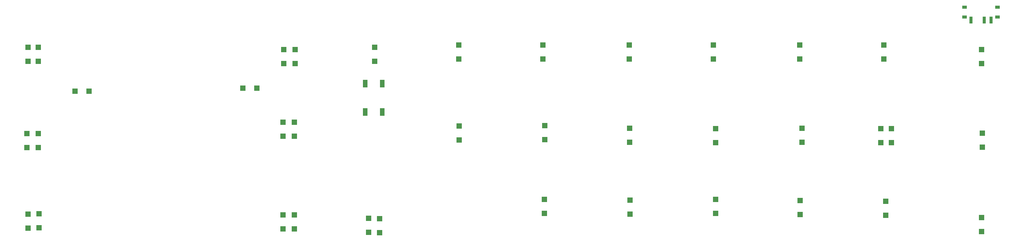
<source format=gbp>
G04 #@! TF.GenerationSoftware,KiCad,Pcbnew,(5.0.1)-3*
G04 #@! TF.CreationDate,2020-01-28T19:02:16+02:00*
G04 #@! TF.ProjectId,PRKL30,50524B4C33302E6B696361645F706362,rev?*
G04 #@! TF.SameCoordinates,Original*
G04 #@! TF.FileFunction,Paste,Bot*
G04 #@! TF.FilePolarity,Positive*
%FSLAX46Y46*%
G04 Gerber Fmt 4.6, Leading zero omitted, Abs format (unit mm)*
G04 Created by KiCad (PCBNEW (5.0.1)-3) date 01/28/20 19:02:16*
%MOMM*%
%LPD*%
G01*
G04 APERTURE LIST*
%ADD10R,1.200000X1.200000*%
%ADD11R,1.000000X1.700000*%
%ADD12R,0.700000X1.500000*%
%ADD13R,1.000000X0.800000*%
G04 APERTURE END LIST*
D10*
G04 #@! TO.C,D4*
X127508000Y-69139000D03*
X127508000Y-65989000D03*
G04 #@! TD*
G04 #@! TO.C,D1*
X70300000Y-68631000D03*
X70300000Y-65481000D03*
G04 #@! TD*
G04 #@! TO.C,D2*
X72644000Y-68631000D03*
X72644000Y-65481000D03*
G04 #@! TD*
G04 #@! TO.C,D3*
X80825000Y-75300000D03*
X83975000Y-75300000D03*
G04 #@! TD*
G04 #@! TO.C,D5*
X130048000Y-69139000D03*
X130048000Y-65989000D03*
G04 #@! TD*
G04 #@! TO.C,D6*
X147828000Y-65481000D03*
X147828000Y-68631000D03*
G04 #@! TD*
G04 #@! TO.C,D7*
X166624000Y-64973000D03*
X166624000Y-68123000D03*
G04 #@! TD*
G04 #@! TO.C,D8*
X185420000Y-64973000D03*
X185420000Y-68123000D03*
G04 #@! TD*
G04 #@! TO.C,D9*
X204724000Y-64973000D03*
X204724000Y-68123000D03*
G04 #@! TD*
G04 #@! TO.C,D10*
X223520000Y-64973000D03*
X223520000Y-68123000D03*
G04 #@! TD*
G04 #@! TO.C,D11*
X242824000Y-64973000D03*
X242824000Y-68123000D03*
G04 #@! TD*
G04 #@! TO.C,D12*
X261620000Y-64973000D03*
X261620000Y-68123000D03*
G04 #@! TD*
G04 #@! TO.C,D13*
X283464000Y-65989000D03*
X283464000Y-69139000D03*
G04 #@! TD*
G04 #@! TO.C,D14*
X70104000Y-84836000D03*
X70104000Y-87986000D03*
G04 #@! TD*
G04 #@! TO.C,D15*
X72644000Y-84785000D03*
X72644000Y-87935000D03*
G04 #@! TD*
G04 #@! TO.C,D16*
X121463000Y-74676000D03*
X118313000Y-74676000D03*
G04 #@! TD*
G04 #@! TO.C,D17*
X127296000Y-82261000D03*
X127296000Y-85411000D03*
G04 #@! TD*
G04 #@! TO.C,D18*
X129856000Y-82246000D03*
X129856000Y-85396000D03*
G04 #@! TD*
G04 #@! TO.C,D19*
X166700000Y-83125000D03*
X166700000Y-86275000D03*
G04 #@! TD*
G04 #@! TO.C,D20*
X185800000Y-83025000D03*
X185800000Y-86175000D03*
G04 #@! TD*
G04 #@! TO.C,D21*
X204800000Y-86775000D03*
X204800000Y-83625000D03*
G04 #@! TD*
G04 #@! TO.C,D22*
X224000000Y-86875000D03*
X224000000Y-83725000D03*
G04 #@! TD*
G04 #@! TO.C,D23*
X243300000Y-86775000D03*
X243300000Y-83625000D03*
G04 #@! TD*
G04 #@! TO.C,D24*
X260880000Y-86885000D03*
X260880000Y-83735000D03*
G04 #@! TD*
G04 #@! TO.C,D25*
X263260000Y-86825000D03*
X263260000Y-83675000D03*
G04 #@! TD*
G04 #@! TO.C,D27*
X70300000Y-105975000D03*
X70300000Y-102825000D03*
G04 #@! TD*
G04 #@! TO.C,D28*
X72800000Y-105875000D03*
X72800000Y-102725000D03*
G04 #@! TD*
G04 #@! TO.C,D29*
X127300000Y-106175000D03*
X127300000Y-103025000D03*
G04 #@! TD*
G04 #@! TO.C,D30*
X129800000Y-106175000D03*
X129800000Y-103025000D03*
G04 #@! TD*
G04 #@! TO.C,D31*
X146420000Y-106955000D03*
X146420000Y-103805000D03*
G04 #@! TD*
G04 #@! TO.C,D32*
X148930000Y-106975000D03*
X148930000Y-103825000D03*
G04 #@! TD*
G04 #@! TO.C,D33*
X185740000Y-102685000D03*
X185740000Y-99535000D03*
G04 #@! TD*
G04 #@! TO.C,D34*
X204870000Y-102855000D03*
X204870000Y-99705000D03*
G04 #@! TD*
G04 #@! TO.C,D35*
X224000000Y-102685000D03*
X224000000Y-99535000D03*
G04 #@! TD*
G04 #@! TO.C,D36*
X242850000Y-99785000D03*
X242850000Y-102935000D03*
G04 #@! TD*
G04 #@! TO.C,D37*
X261980000Y-99990000D03*
X261980000Y-103140000D03*
G04 #@! TD*
G04 #@! TO.C,D_1.25u1*
X283464000Y-103581000D03*
X283464000Y-106731000D03*
G04 #@! TD*
D11*
G04 #@! TO.C,SW_RST1*
X145700000Y-73650000D03*
X145700000Y-79950000D03*
X149500000Y-73650000D03*
X149500000Y-79950000D03*
G04 #@! TD*
D10*
G04 #@! TO.C,D_ISOENTR1*
X283600000Y-84725000D03*
X283600000Y-87875000D03*
G04 #@! TD*
D12*
G04 #@! TO.C,SW2*
X281050000Y-59430000D03*
X284050000Y-59430000D03*
X285550000Y-59430000D03*
D13*
X279650000Y-56570000D03*
X286950000Y-56570000D03*
X286950000Y-58780000D03*
X279650000Y-58780000D03*
G04 #@! TD*
M02*

</source>
